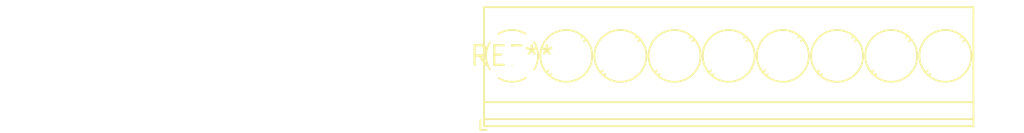
<source format=kicad_pcb>
(kicad_pcb (version 20240108) (generator pcbnew)
  (layers (0 "F.Cu" signal) (31 "B.Cu" signal) (34 "B.Paste" user) (35 "F.Paste" user) (36 "B.SilkS" user "B.Silkscreen") (37 "F.SilkS" user "F.Silkscreen") (38 "B.Mask" user) (39 "F.Mask" user) (44 "Edge.Cuts" user))
  (net 0 "")
  (footprint "TerminalBlock_Phoenix_PT-1,5-9-3.5-H_1x09_P3.50mm_Horizontal" (layer "F.Cu") (at 0 0)
    (property "Reference" "REF**")
    (property "Value" "TerminalBlock_Phoenix_PT-1,5-9-3.5-H_1x09_P3.50mm_Horizontal")
    (fp_line (start -2.05 4.16) (end -2.05 4.8) (layer "F.SilkS") (stroke (width 0.12)))
    (fp_line (start -2.05 4.8) (end -1.65 4.8) (layer "F.SilkS") (stroke (width 0.12)))
    (fp_line (start -1.81 -3.16) (end -1.81 4.56) (layer "F.SilkS") (stroke (width 0.12)))
    (fp_line (start -1.81 -3.16) (end 29.81 -3.16) (layer "F.SilkS") (stroke (width 0.12)))
    (fp_line (start -1.81 3) (end 29.81 3) (layer "F.SilkS") (stroke (width 0.12)))
    (fp_line (start -1.81 4.1) (end 29.81 4.1) (layer "F.SilkS") (stroke (width 0.12)))
    (fp_line (start -1.81 4.56) (end 29.81 4.56) (layer "F.SilkS") (stroke (width 0.12)))
    (fp_line (start 2.355 0.941) (end 2.226 1.069) (layer "F.SilkS") (stroke (width 0.12)))
    (fp_line (start 2.525 1.181) (end 2.431 1.274) (layer "F.SilkS") (stroke (width 0.12)))
    (fp_line (start 4.57 -1.275) (end 4.476 -1.181) (layer "F.SilkS") (stroke (width 0.12)))
    (fp_line (start 4.775 -1.069) (end 4.646 -0.941) (layer "F.SilkS") (stroke (width 0.12)))
    (fp_line (start 5.855 0.941) (end 5.726 1.069) (layer "F.SilkS") (stroke (width 0.12)))
    (fp_line (start 6.025 1.181) (end 5.931 1.274) (layer "F.SilkS") (stroke (width 0.12)))
    (fp_line (start 8.07 -1.275) (end 7.976 -1.181) (layer "F.SilkS") (stroke (width 0.12)))
    (fp_line (start 8.275 -1.069) (end 8.146 -0.941) (layer "F.SilkS") (stroke (width 0.12)))
    (fp_line (start 9.355 0.941) (end 9.226 1.069) (layer "F.SilkS") (stroke (width 0.12)))
    (fp_line (start 9.525 1.181) (end 9.431 1.274) (layer "F.SilkS") (stroke (width 0.12)))
    (fp_line (start 11.57 -1.275) (end 11.476 -1.181) (layer "F.SilkS") (stroke (width 0.12)))
    (fp_line (start 11.775 -1.069) (end 11.646 -0.941) (layer "F.SilkS") (stroke (width 0.12)))
    (fp_line (start 12.855 0.941) (end 12.726 1.069) (layer "F.SilkS") (stroke (width 0.12)))
    (fp_line (start 13.025 1.181) (end 12.931 1.274) (layer "F.SilkS") (stroke (width 0.12)))
    (fp_line (start 15.07 -1.275) (end 14.976 -1.181) (layer "F.SilkS") (stroke (width 0.12)))
    (fp_line (start 15.275 -1.069) (end 15.146 -0.941) (layer "F.SilkS") (stroke (width 0.12)))
    (fp_line (start 16.355 0.941) (end 16.226 1.069) (layer "F.SilkS") (stroke (width 0.12)))
    (fp_line (start 16.525 1.181) (end 16.431 1.274) (layer "F.SilkS") (stroke (width 0.12)))
    (fp_line (start 18.57 -1.275) (end 18.476 -1.181) (layer "F.SilkS") (stroke (width 0.12)))
    (fp_line (start 18.775 -1.069) (end 18.646 -0.941) (layer "F.SilkS") (stroke (width 0.12)))
    (fp_line (start 19.855 0.941) (end 19.726 1.069) (layer "F.SilkS") (stroke (width 0.12)))
    (fp_line (start 20.025 1.181) (end 19.931 1.274) (layer "F.SilkS") (stroke (width 0.12)))
    (fp_line (start 22.07 -1.275) (end 21.976 -1.181) (layer "F.SilkS") (stroke (width 0.12)))
    (fp_line (start 22.275 -1.069) (end 22.146 -0.941) (layer "F.SilkS") (stroke (width 0.12)))
    (fp_line (start 23.355 0.941) (end 23.226 1.069) (layer "F.SilkS") (stroke (width 0.12)))
    (fp_line (start 23.525 1.181) (end 23.431 1.274) (layer "F.SilkS") (stroke (width 0.12)))
    (fp_line (start 25.57 -1.275) (end 25.476 -1.181) (layer "F.SilkS") (stroke (width 0.12)))
    (fp_line (start 25.775 -1.069) (end 25.646 -0.941) (layer "F.SilkS") (stroke (width 0.12)))
    (fp_line (start 26.855 0.941) (end 26.726 1.069) (layer "F.SilkS") (stroke (width 0.12)))
    (fp_line (start 27.025 1.181) (end 26.931 1.274) (layer "F.SilkS") (stroke (width 0.12)))
    (fp_line (start 29.07 -1.275) (end 28.976 -1.181) (layer "F.SilkS") (stroke (width 0.12)))
    (fp_line (start 29.275 -1.069) (end 29.146 -0.941) (layer "F.SilkS") (stroke (width 0.12)))
    (fp_line (start 29.81 -3.16) (end 29.81 4.56) (layer "F.SilkS") (stroke (width 0.12)))
    (fp_arc (start -1.425358 0.889894) (mid -1.680286 0.014012) (end -1.44 -0.866) (layer "F.SilkS") (stroke (width 0.12)))
    (fp_arc (start -0.889894 -1.425358) (mid -0.014012 -1.680286) (end 0.866 -1.44) (layer "F.SilkS") (stroke (width 0.12)))
    (fp_arc (start 0.028674 1.680099) (mid -0.435535 1.622918) (end -0.866 1.44) (layer "F.SilkS") (stroke (width 0.12)))
    (fp_arc (start 0.890264 1.424721) (mid 0.463071 1.61492) (end 0 1.68) (layer "F.SilkS") (stroke (width 0.12)))
    (fp_arc (start 1.425504 -0.890193) (mid 1.680626 0.000476) (end 1.425 0.891) (layer "F.SilkS") (stroke (width 0.12)))
    (fp_circle (center 3.5 0) (end 5.18 0) (layer "F.SilkS") (stroke (width 0.12)) (fill none))
    (fp_circle (center 7 0) (end 8.68 0) (layer "F.SilkS") (stroke (width 0.12)) (fill none))
    (fp_circle (center 10.5 0) (end 12.18 0) (layer "F.SilkS") (stroke (width 0.12)) (fill none))
    (fp_circle (center 14 0) (end 15.68 0) (layer "F.SilkS") (stroke (width 0.12)) (fill none))
    (fp_circle (center 17.5 0) (end 19.18 0) (layer "F.SilkS") (stroke (width 0.12)) (fill none))
    (fp_circle (center 21 0) (end 22.68 0) (layer "F.SilkS") (stroke (width 0.12)) (fill none))
    (fp_circle (center 24.5 0) (end 26.18 0) (layer "F.SilkS") (stroke (width 0.12)) (fill none))
    (fp_circle (center 28 0) (end 29.68 0) (layer "F.SilkS") (stroke (width 0.12)) (fill none))
    (pad "1" thru_hole rect (at 0 0) (size 2.4 2.4) (drill 1.2) (layers *.Cu *.Mask) (remove_unused_layers))
    (pad "2" thru_hole circle (at 3.5 0) (size 2.4 2.4) (drill 1.2) (layers *.Cu *.Mask) (remove_unused_layers))
    (pad "3" thru_hole circle (at 7 0) (size 2.4 2.4) (drill 1.2) (layers *.Cu *.Mask) (remove_unused_layers))
    (pad "4" thru_hole circle (at 10.5 0) (size 2.4 2.4) (drill 1.2) (layers *.Cu *.Mask) (remove_unused_layers))
    (pad "5" thru_hole circle (at 14 0) (size 2.4 2.4) (drill 1.2) (layers *.Cu *.Mask) (remove_unused_layers))
    (pad "6" thru_hole circle (at 17.5 0) (size 2.4 2.4) (drill 1.2) (layers *.Cu *.Mask) (remove_unused_layers))
    (pad "7" thru_hole circle (at 21 0) (size 2.4 2.4) (drill 1.2) (layers *.Cu *.Mask) (remove_unused_layers))
    (pad "8" thru_hole circle (at 24.5 0) (size 2.4 2.4) (drill 1.2) (layers *.Cu *.Mask) (remove_unused_layers))
    (pad "9" thru_hole circle (at 28 0) (size 2.4 2.4) (drill 1.2) (layers *.Cu *.Mask) (remove_unused_layers))
  )
)
</source>
